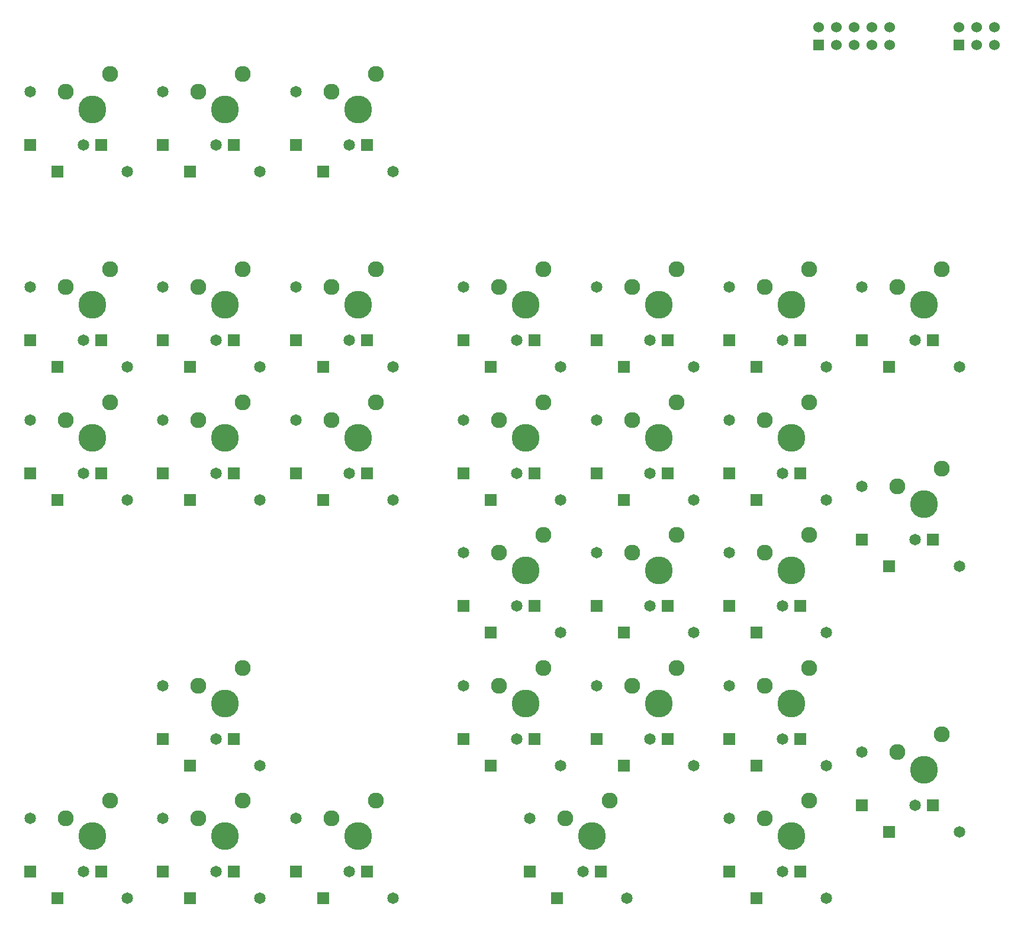
<source format=gts>
G04 (created by PCBNEW (2013-07-07 BZR 4022)-stable) date 10/28/2014 2:01:09 AM*
%MOIN*%
G04 Gerber Fmt 3.4, Leading zero omitted, Abs format*
%FSLAX34Y34*%
G01*
G70*
G90*
G04 APERTURE LIST*
%ADD10C,0.00590551*%
%ADD11C,0.09*%
%ADD12C,0.157*%
%ADD13C,0.065*%
%ADD14R,0.065X0.065*%
%ADD15R,0.06X0.06*%
%ADD16C,0.06*%
G04 APERTURE END LIST*
G54D10*
G54D11*
X22259Y-16110D03*
X19759Y-17110D03*
G54D12*
X21259Y-18110D03*
G54D13*
X17759Y-17110D03*
G54D14*
X17759Y-20110D03*
G54D13*
X20759Y-20110D03*
G54D14*
X21759Y-20110D03*
X19291Y-21610D03*
G54D13*
X23228Y-21610D03*
G54D11*
X61629Y-57055D03*
X59129Y-58055D03*
G54D12*
X60629Y-59055D03*
G54D13*
X57129Y-58055D03*
G54D14*
X57129Y-61055D03*
G54D13*
X60129Y-61055D03*
G54D14*
X61129Y-61055D03*
X58661Y-62555D03*
G54D13*
X62598Y-62555D03*
G54D11*
X50409Y-57055D03*
X47909Y-58055D03*
G54D12*
X49409Y-59055D03*
G54D13*
X45909Y-58055D03*
G54D14*
X45909Y-61055D03*
G54D13*
X48909Y-61055D03*
G54D14*
X49909Y-61055D03*
X47440Y-62555D03*
G54D13*
X51377Y-62555D03*
G54D11*
X69110Y-53314D03*
X66610Y-54314D03*
G54D12*
X68110Y-55314D03*
G54D13*
X64610Y-54314D03*
G54D14*
X64610Y-57314D03*
G54D13*
X67610Y-57314D03*
G54D14*
X68610Y-57314D03*
X66141Y-58814D03*
G54D13*
X70078Y-58814D03*
G54D11*
X61629Y-49574D03*
X59129Y-50574D03*
G54D12*
X60629Y-51574D03*
G54D13*
X57129Y-50574D03*
G54D14*
X57129Y-53574D03*
G54D13*
X60129Y-53574D03*
G54D14*
X61129Y-53574D03*
X58661Y-55074D03*
G54D13*
X62598Y-55074D03*
G54D11*
X54149Y-49574D03*
X51649Y-50574D03*
G54D12*
X53149Y-51574D03*
G54D13*
X49649Y-50574D03*
G54D14*
X49649Y-53574D03*
G54D13*
X52649Y-53574D03*
G54D14*
X53649Y-53574D03*
X51181Y-55074D03*
G54D13*
X55118Y-55074D03*
G54D11*
X46669Y-49574D03*
X44169Y-50574D03*
G54D12*
X45669Y-51574D03*
G54D13*
X42169Y-50574D03*
G54D14*
X42169Y-53574D03*
G54D13*
X45169Y-53574D03*
G54D14*
X46169Y-53574D03*
X43700Y-55074D03*
G54D13*
X47637Y-55074D03*
G54D11*
X69110Y-38354D03*
X66610Y-39354D03*
G54D12*
X68110Y-40354D03*
G54D13*
X64610Y-39354D03*
G54D14*
X64610Y-42354D03*
G54D13*
X67610Y-42354D03*
G54D14*
X68610Y-42354D03*
X66141Y-43854D03*
G54D13*
X70078Y-43854D03*
G54D11*
X69110Y-27133D03*
X66610Y-28133D03*
G54D12*
X68110Y-29133D03*
G54D13*
X64610Y-28133D03*
G54D14*
X64610Y-31133D03*
G54D13*
X67610Y-31133D03*
G54D14*
X68610Y-31133D03*
X66141Y-32633D03*
G54D13*
X70078Y-32633D03*
G54D11*
X61629Y-42094D03*
X59129Y-43094D03*
G54D12*
X60629Y-44094D03*
G54D13*
X57129Y-43094D03*
G54D14*
X57129Y-46094D03*
G54D13*
X60129Y-46094D03*
G54D14*
X61129Y-46094D03*
X58661Y-47594D03*
G54D13*
X62598Y-47594D03*
G54D11*
X54149Y-42094D03*
X51649Y-43094D03*
G54D12*
X53149Y-44094D03*
G54D13*
X49649Y-43094D03*
G54D14*
X49649Y-46094D03*
G54D13*
X52649Y-46094D03*
G54D14*
X53649Y-46094D03*
X51181Y-47594D03*
G54D13*
X55118Y-47594D03*
G54D11*
X46669Y-42094D03*
X44169Y-43094D03*
G54D12*
X45669Y-44094D03*
G54D13*
X42169Y-43094D03*
G54D14*
X42169Y-46094D03*
G54D13*
X45169Y-46094D03*
G54D14*
X46169Y-46094D03*
X43700Y-47594D03*
G54D13*
X47637Y-47594D03*
G54D11*
X61629Y-34614D03*
X59129Y-35614D03*
G54D12*
X60629Y-36614D03*
G54D13*
X57129Y-35614D03*
G54D14*
X57129Y-38614D03*
G54D13*
X60129Y-38614D03*
G54D14*
X61129Y-38614D03*
X58661Y-40114D03*
G54D13*
X62598Y-40114D03*
G54D11*
X54149Y-34614D03*
X51649Y-35614D03*
G54D12*
X53149Y-36614D03*
G54D13*
X49649Y-35614D03*
G54D14*
X49649Y-38614D03*
G54D13*
X52649Y-38614D03*
G54D14*
X53649Y-38614D03*
X51181Y-40114D03*
G54D13*
X55118Y-40114D03*
G54D11*
X46669Y-34614D03*
X44169Y-35614D03*
G54D12*
X45669Y-36614D03*
G54D13*
X42169Y-35614D03*
G54D14*
X42169Y-38614D03*
G54D13*
X45169Y-38614D03*
G54D14*
X46169Y-38614D03*
X43700Y-40114D03*
G54D13*
X47637Y-40114D03*
G54D11*
X61629Y-27133D03*
X59129Y-28133D03*
G54D12*
X60629Y-29133D03*
G54D13*
X57129Y-28133D03*
G54D14*
X57129Y-31133D03*
G54D13*
X60129Y-31133D03*
G54D14*
X61129Y-31133D03*
X58661Y-32633D03*
G54D13*
X62598Y-32633D03*
G54D11*
X29740Y-16110D03*
X27240Y-17110D03*
G54D12*
X28740Y-18110D03*
G54D13*
X25240Y-17110D03*
G54D14*
X25240Y-20110D03*
G54D13*
X28240Y-20110D03*
G54D14*
X29240Y-20110D03*
X26771Y-21610D03*
G54D13*
X30708Y-21610D03*
G54D11*
X37220Y-16110D03*
X34720Y-17110D03*
G54D12*
X36220Y-18110D03*
G54D13*
X32720Y-17110D03*
G54D14*
X32720Y-20110D03*
G54D13*
X35720Y-20110D03*
G54D14*
X36720Y-20110D03*
X34251Y-21610D03*
G54D13*
X38188Y-21610D03*
G54D11*
X22259Y-27133D03*
X19759Y-28133D03*
G54D12*
X21259Y-29133D03*
G54D13*
X17759Y-28133D03*
G54D14*
X17759Y-31133D03*
G54D13*
X20759Y-31133D03*
G54D14*
X21759Y-31133D03*
X19291Y-32633D03*
G54D13*
X23228Y-32633D03*
G54D11*
X29740Y-27133D03*
X27240Y-28133D03*
G54D12*
X28740Y-29133D03*
G54D13*
X25240Y-28133D03*
G54D14*
X25240Y-31133D03*
G54D13*
X28240Y-31133D03*
G54D14*
X29240Y-31133D03*
X26771Y-32633D03*
G54D13*
X30708Y-32633D03*
G54D11*
X37220Y-27133D03*
X34720Y-28133D03*
G54D12*
X36220Y-29133D03*
G54D13*
X32720Y-28133D03*
G54D14*
X32720Y-31133D03*
G54D13*
X35720Y-31133D03*
G54D14*
X36720Y-31133D03*
X34251Y-32633D03*
G54D13*
X38188Y-32633D03*
G54D11*
X22259Y-34614D03*
X19759Y-35614D03*
G54D12*
X21259Y-36614D03*
G54D13*
X17759Y-35614D03*
G54D14*
X17759Y-38614D03*
G54D13*
X20759Y-38614D03*
G54D14*
X21759Y-38614D03*
X19291Y-40114D03*
G54D13*
X23228Y-40114D03*
G54D11*
X29740Y-34614D03*
X27240Y-35614D03*
G54D12*
X28740Y-36614D03*
G54D13*
X25240Y-35614D03*
G54D14*
X25240Y-38614D03*
G54D13*
X28240Y-38614D03*
G54D14*
X29240Y-38614D03*
X26771Y-40114D03*
G54D13*
X30708Y-40114D03*
G54D11*
X37220Y-34614D03*
X34720Y-35614D03*
G54D12*
X36220Y-36614D03*
G54D13*
X32720Y-35614D03*
G54D14*
X32720Y-38614D03*
G54D13*
X35720Y-38614D03*
G54D14*
X36720Y-38614D03*
X34251Y-40114D03*
G54D13*
X38188Y-40114D03*
G54D11*
X29740Y-49574D03*
X27240Y-50574D03*
G54D12*
X28740Y-51574D03*
G54D13*
X25240Y-50574D03*
G54D14*
X25240Y-53574D03*
G54D13*
X28240Y-53574D03*
G54D14*
X29240Y-53574D03*
X26771Y-55074D03*
G54D13*
X30708Y-55074D03*
G54D11*
X22259Y-57055D03*
X19759Y-58055D03*
G54D12*
X21259Y-59055D03*
G54D13*
X17759Y-58055D03*
G54D14*
X17759Y-61055D03*
G54D13*
X20759Y-61055D03*
G54D14*
X21759Y-61055D03*
X19291Y-62555D03*
G54D13*
X23228Y-62555D03*
G54D11*
X29740Y-57055D03*
X27240Y-58055D03*
G54D12*
X28740Y-59055D03*
G54D13*
X25240Y-58055D03*
G54D14*
X25240Y-61055D03*
G54D13*
X28240Y-61055D03*
G54D14*
X29240Y-61055D03*
X26771Y-62555D03*
G54D13*
X30708Y-62555D03*
G54D11*
X37220Y-57055D03*
X34720Y-58055D03*
G54D12*
X36220Y-59055D03*
G54D13*
X32720Y-58055D03*
G54D14*
X32720Y-61055D03*
G54D13*
X35720Y-61055D03*
G54D14*
X36720Y-61055D03*
X34251Y-62555D03*
G54D13*
X38188Y-62555D03*
G54D11*
X46669Y-27133D03*
X44169Y-28133D03*
G54D12*
X45669Y-29133D03*
G54D13*
X42169Y-28133D03*
G54D14*
X42169Y-31133D03*
G54D13*
X45169Y-31133D03*
G54D14*
X46169Y-31133D03*
X43700Y-32633D03*
G54D13*
X47637Y-32633D03*
G54D11*
X54149Y-27133D03*
X51649Y-28133D03*
G54D12*
X53149Y-29133D03*
G54D13*
X49649Y-28133D03*
G54D14*
X49649Y-31133D03*
G54D13*
X52649Y-31133D03*
G54D14*
X53649Y-31133D03*
X51181Y-32633D03*
G54D13*
X55118Y-32633D03*
G54D15*
X62173Y-14476D03*
G54D16*
X62173Y-13476D03*
X63173Y-14476D03*
X63173Y-13476D03*
X64173Y-14476D03*
X64173Y-13476D03*
X65173Y-14476D03*
X65173Y-13476D03*
X66173Y-14476D03*
X66173Y-13476D03*
G54D15*
X70062Y-14476D03*
G54D16*
X70062Y-13476D03*
X71062Y-14476D03*
X71062Y-13476D03*
X72062Y-14476D03*
X72062Y-13476D03*
M02*

</source>
